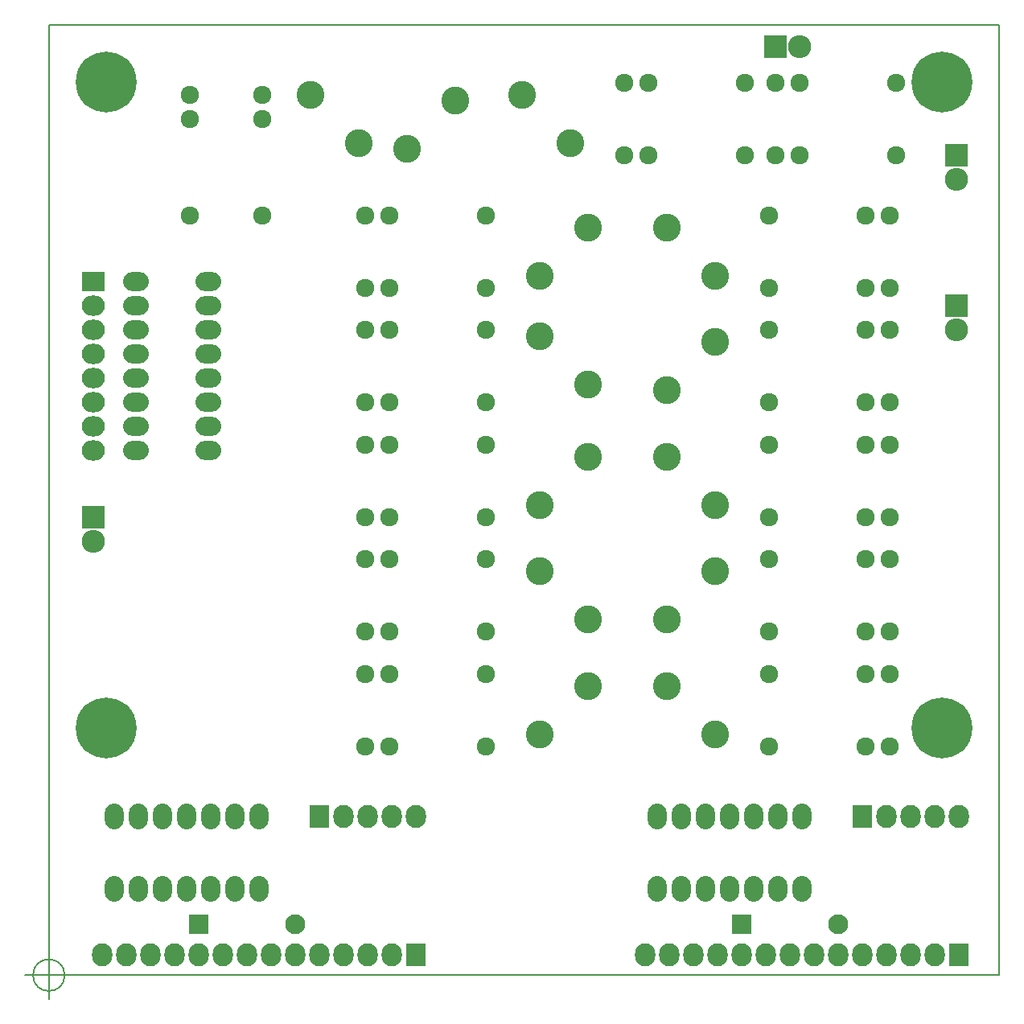
<source format=gbr>
G04 #@! TF.FileFunction,Soldermask,Top*
%FSLAX46Y46*%
G04 Gerber Fmt 4.6, Leading zero omitted, Abs format (unit mm)*
G04 Created by KiCad (PCBNEW 4.0.4+e1-6308~48~ubuntu14.04.1-stable) date Tue Oct 11 14:30:50 2016*
%MOMM*%
%LPD*%
G01*
G04 APERTURE LIST*
%ADD10C,0.100000*%
%ADD11C,0.150000*%
%ADD12O,2.000000X2.700000*%
%ADD13R,2.127200X2.432000*%
%ADD14O,2.127200X2.432000*%
%ADD15C,2.099260*%
%ADD16R,2.099260X2.099260*%
%ADD17C,1.924000*%
%ADD18C,6.400000*%
%ADD19C,2.940000*%
%ADD20R,2.432000X2.127200*%
%ADD21O,2.432000X2.127200*%
%ADD22R,2.432000X2.432000*%
%ADD23O,2.432000X2.432000*%
%ADD24O,2.700000X2.000000*%
G04 APERTURE END LIST*
D10*
D11*
X89666666Y-160000000D02*
G75*
G03X89666666Y-160000000I-1666666J0D01*
G01*
X85500000Y-160000000D02*
X90500000Y-160000000D01*
X88000000Y-157500000D02*
X88000000Y-162500000D01*
X88000000Y-160000000D02*
X88000000Y-60000000D01*
X188000000Y-160000000D02*
X88000000Y-160000000D01*
X188000000Y-60000000D02*
X188000000Y-160000000D01*
X88000000Y-60000000D02*
X188000000Y-60000000D01*
D12*
X152019000Y-150876000D03*
X154559000Y-150876000D03*
X157099000Y-150876000D03*
X159639000Y-150876000D03*
X162179000Y-150876000D03*
X164719000Y-150876000D03*
X167259000Y-150876000D03*
X167259000Y-143256000D03*
X164719000Y-143256000D03*
X162179000Y-143256000D03*
X159639000Y-143256000D03*
X157099000Y-143256000D03*
X154559000Y-143256000D03*
X152019000Y-143256000D03*
D13*
X173609000Y-143256000D03*
D14*
X176149000Y-143256000D03*
X178689000Y-143256000D03*
X181229000Y-143256000D03*
X183769000Y-143256000D03*
D13*
X183769000Y-157861000D03*
D14*
X181229000Y-157861000D03*
X178689000Y-157861000D03*
X176149000Y-157861000D03*
X173609000Y-157861000D03*
X171069000Y-157861000D03*
X168529000Y-157861000D03*
X165989000Y-157861000D03*
X163449000Y-157861000D03*
X160909000Y-157861000D03*
X158369000Y-157861000D03*
X155829000Y-157861000D03*
X153289000Y-157861000D03*
X150749000Y-157861000D03*
D15*
X171069520Y-154683460D03*
D16*
X160909520Y-154683460D03*
D17*
X121285000Y-135890000D03*
X123825000Y-135890000D03*
X133985000Y-135890000D03*
X133985000Y-128270000D03*
X121285000Y-128270000D03*
X123825000Y-128270000D03*
D18*
X94000000Y-134000000D03*
X182000000Y-134000000D03*
X182000000Y-66000000D03*
D17*
X121285000Y-123825000D03*
X123825000Y-123825000D03*
X133985000Y-123825000D03*
X133985000Y-116205000D03*
X121285000Y-116205000D03*
X123825000Y-116205000D03*
X176530000Y-80010000D03*
X173990000Y-80010000D03*
X163830000Y-80010000D03*
X163830000Y-87630000D03*
X176530000Y-87630000D03*
X173990000Y-87630000D03*
X176530000Y-92075000D03*
X173990000Y-92075000D03*
X163830000Y-92075000D03*
X163830000Y-99695000D03*
X176530000Y-99695000D03*
X173990000Y-99695000D03*
X176530000Y-104140000D03*
X173990000Y-104140000D03*
X163830000Y-104140000D03*
X163830000Y-111760000D03*
X176530000Y-111760000D03*
X173990000Y-111760000D03*
X176530000Y-116205000D03*
X173990000Y-116205000D03*
X163830000Y-116205000D03*
X163830000Y-123825000D03*
X176530000Y-123825000D03*
X173990000Y-123825000D03*
X176530000Y-128270000D03*
X173990000Y-128270000D03*
X163830000Y-128270000D03*
X163830000Y-135890000D03*
X176530000Y-135890000D03*
X173990000Y-135890000D03*
X121285000Y-87630000D03*
X123825000Y-87630000D03*
X133985000Y-87630000D03*
X133985000Y-80010000D03*
X121285000Y-80010000D03*
X123825000Y-80010000D03*
X121285000Y-99695000D03*
X123825000Y-99695000D03*
X133985000Y-99695000D03*
X133985000Y-92075000D03*
X121285000Y-92075000D03*
X123825000Y-92075000D03*
X121285000Y-111760000D03*
X123825000Y-111760000D03*
X133985000Y-111760000D03*
X133985000Y-104140000D03*
X121285000Y-104140000D03*
X123825000Y-104140000D03*
X102870000Y-67310000D03*
X102870000Y-69850000D03*
X102870000Y-80010000D03*
X110490000Y-80010000D03*
X110490000Y-67310000D03*
X110490000Y-69850000D03*
X164465000Y-73660000D03*
X167005000Y-73660000D03*
X177165000Y-73660000D03*
X177165000Y-66040000D03*
X164465000Y-66040000D03*
X167005000Y-66040000D03*
X148590000Y-73660000D03*
X151130000Y-73660000D03*
X161290000Y-73660000D03*
X161290000Y-66040000D03*
X148590000Y-66040000D03*
X151130000Y-66040000D03*
D19*
X153035000Y-81280000D03*
X158115000Y-86360000D03*
X153035000Y-98425000D03*
X158115000Y-93345000D03*
X153035000Y-105410000D03*
X158115000Y-110490000D03*
X153035000Y-122555000D03*
X158115000Y-117475000D03*
X153035000Y-129540000D03*
X158115000Y-134620000D03*
X144780000Y-81280000D03*
X139700000Y-86360000D03*
X144780000Y-97790000D03*
X139700000Y-92710000D03*
X144780000Y-105410000D03*
X139700000Y-110490000D03*
X144780000Y-122555000D03*
X139700000Y-117475000D03*
X144780000Y-129540000D03*
X139700000Y-134620000D03*
X115570000Y-67310000D03*
X120650000Y-72390000D03*
X130810000Y-67945000D03*
X125730000Y-73025000D03*
X137795000Y-67310000D03*
X142875000Y-72390000D03*
D20*
X92710000Y-86995000D03*
D21*
X92710000Y-89535000D03*
X92710000Y-92075000D03*
X92710000Y-94615000D03*
X92710000Y-97155000D03*
X92710000Y-99695000D03*
X92710000Y-102235000D03*
X92710000Y-104775000D03*
D22*
X92710000Y-111760000D03*
D23*
X92710000Y-114300000D03*
D24*
X97155000Y-86995000D03*
X97155000Y-89535000D03*
X97155000Y-92075000D03*
X97155000Y-94615000D03*
X97155000Y-97155000D03*
X97155000Y-99695000D03*
X97155000Y-102235000D03*
X97155000Y-104775000D03*
X104775000Y-104775000D03*
X104775000Y-102235000D03*
X104775000Y-99695000D03*
X104775000Y-97155000D03*
X104775000Y-94615000D03*
X104775000Y-92075000D03*
X104775000Y-89535000D03*
X104775000Y-86995000D03*
D22*
X183515000Y-89535000D03*
D23*
X183515000Y-92075000D03*
D22*
X164465000Y-62230000D03*
D23*
X167005000Y-62230000D03*
D22*
X183515000Y-73660000D03*
D23*
X183515000Y-76200000D03*
D18*
X94000000Y-66000000D03*
D15*
X113919520Y-154683460D03*
D16*
X103759520Y-154683460D03*
D13*
X126619000Y-157861000D03*
D14*
X124079000Y-157861000D03*
X121539000Y-157861000D03*
X118999000Y-157861000D03*
X116459000Y-157861000D03*
X113919000Y-157861000D03*
X111379000Y-157861000D03*
X108839000Y-157861000D03*
X106299000Y-157861000D03*
X103759000Y-157861000D03*
X101219000Y-157861000D03*
X98679000Y-157861000D03*
X96139000Y-157861000D03*
X93599000Y-157861000D03*
D13*
X116459000Y-143256000D03*
D14*
X118999000Y-143256000D03*
X121539000Y-143256000D03*
X124079000Y-143256000D03*
X126619000Y-143256000D03*
D12*
X94869000Y-150876000D03*
X97409000Y-150876000D03*
X99949000Y-150876000D03*
X102489000Y-150876000D03*
X105029000Y-150876000D03*
X107569000Y-150876000D03*
X110109000Y-150876000D03*
X110109000Y-143256000D03*
X107569000Y-143256000D03*
X105029000Y-143256000D03*
X102489000Y-143256000D03*
X99949000Y-143256000D03*
X97409000Y-143256000D03*
X94869000Y-143256000D03*
M02*

</source>
